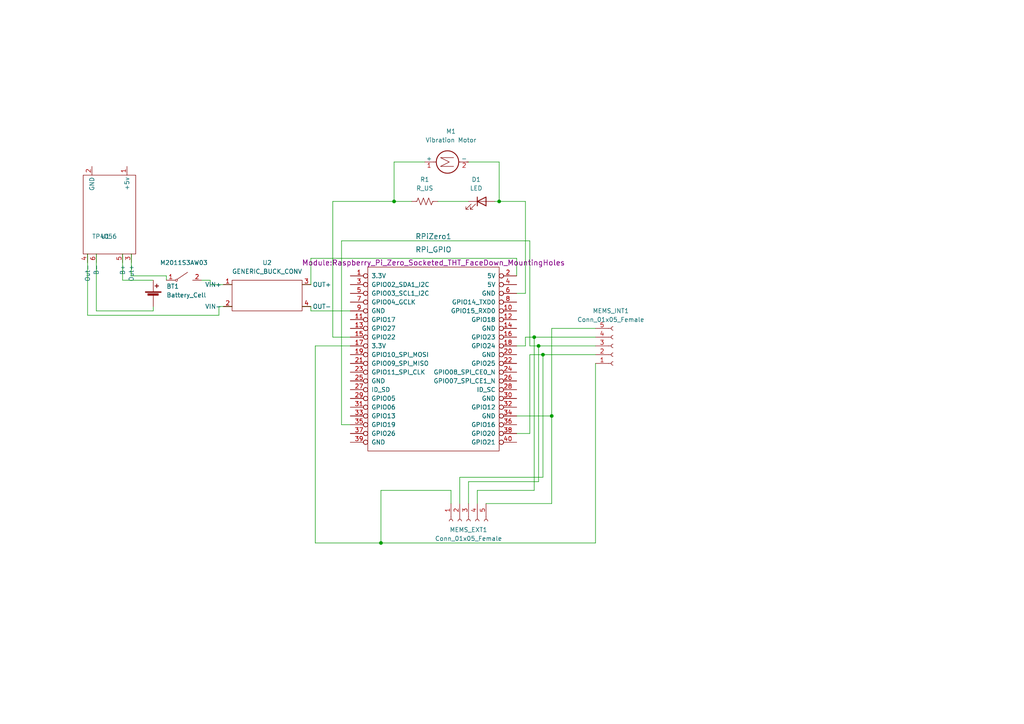
<source format=kicad_sch>
(kicad_sch (version 20211123) (generator eeschema)
  (paper "A4")
  (lib_symbols
    (symbol "Connector-ML:RPi_GPIO" (pin_names (offset 1.016))
      (property "Reference" "J" (at 19.05 6.35 0))
      (property "Value" "RPi_GPIO" (at 19.05 3.81 0))
      (symbol "RPi_GPIO_0_1"
        (rectangle (start 0 2.54) (end 38.1 -50.8))
      )
      (symbol "RPi_GPIO_1_1"
        (pin power_in inverted (at -5.08 0 0) (length 5.08) (name "3.3V") (number "1"))
        (pin bidirectional inverted (at 43.18 -10.16 180) (length 5.08) (name "GPIO15_RXD0") (number "10"))
        (pin bidirectional inverted (at -5.08 -12.7 0) (length 5.08) (name "GPIO17") (number "11"))
        (pin bidirectional inverted (at 43.18 -12.7 180) (length 5.08) (name "GPIO18") (number "12"))
        (pin bidirectional inverted (at -5.08 -15.24 0) (length 5.08) (name "GPIO27") (number "13"))
        (pin power_in inverted (at 43.18 -15.24 180) (length 5.08) (name "GND") (number "14"))
        (pin bidirectional inverted (at -5.08 -17.78 0) (length 5.08) (name "GPIO22") (number "15"))
        (pin bidirectional inverted (at 43.18 -17.78 180) (length 5.08) (name "GPIO23") (number "16"))
        (pin power_in inverted (at -5.08 -20.32 0) (length 5.08) (name "3.3V") (number "17"))
        (pin bidirectional inverted (at 43.18 -20.32 180) (length 5.08) (name "GPIO24") (number "18"))
        (pin bidirectional inverted (at -5.08 -22.86 0) (length 5.08) (name "GPIO10_SPI_MOSI") (number "19"))
        (pin power_in inverted (at 43.18 0 180) (length 5.08) (name "5V") (number "2"))
        (pin power_in inverted (at 43.18 -22.86 180) (length 5.08) (name "GND") (number "20"))
        (pin bidirectional inverted (at -5.08 -25.4 0) (length 5.08) (name "GPIO09_SPI_MISO") (number "21"))
        (pin bidirectional inverted (at 43.18 -25.4 180) (length 5.08) (name "GPIO25") (number "22"))
        (pin bidirectional inverted (at -5.08 -27.94 0) (length 5.08) (name "GPIO11_SPI_CLK") (number "23"))
        (pin bidirectional inverted (at 43.18 -27.94 180) (length 5.08) (name "GPIO08_SPI_CE0_N") (number "24"))
        (pin power_in inverted (at -5.08 -30.48 0) (length 5.08) (name "GND") (number "25"))
        (pin bidirectional inverted (at 43.18 -30.48 180) (length 5.08) (name "GPIO07_SPI_CE1_N") (number "26"))
        (pin bidirectional inverted (at -5.08 -33.02 0) (length 5.08) (name "ID_SD") (number "27"))
        (pin bidirectional inverted (at 43.18 -33.02 180) (length 5.08) (name "ID_SC") (number "28"))
        (pin bidirectional inverted (at -5.08 -35.56 0) (length 5.08) (name "GPIO05") (number "29"))
        (pin bidirectional inverted (at -5.08 -2.54 0) (length 5.08) (name "GPIO02_SDA1_I2C") (number "3"))
        (pin power_in inverted (at 43.18 -35.56 180) (length 5.08) (name "GND") (number "30"))
        (pin bidirectional inverted (at -5.08 -38.1 0) (length 5.08) (name "GPIO06") (number "31"))
        (pin bidirectional inverted (at 43.18 -38.1 180) (length 5.08) (name "GPIO12") (number "32"))
        (pin bidirectional inverted (at -5.08 -40.64 0) (length 5.08) (name "GPIO13") (number "33"))
        (pin power_in inverted (at 43.18 -40.64 180) (length 5.08) (name "GND") (number "34"))
        (pin bidirectional inverted (at -5.08 -43.18 0) (length 5.08) (name "GPIO19") (number "35"))
        (pin bidirectional inverted (at 43.18 -43.18 180) (length 5.08) (name "GPIO16") (number "36"))
        (pin bidirectional inverted (at -5.08 -45.72 0) (length 5.08) (name "GPIO26") (number "37"))
        (pin bidirectional inverted (at 43.18 -45.72 180) (length 5.08) (name "GPIO20") (number "38"))
        (pin power_in inverted (at -5.08 -48.26 0) (length 5.08) (name "GND") (number "39"))
        (pin power_in inverted (at 43.18 -2.54 180) (length 5.08) (name "5V") (number "4"))
        (pin bidirectional inverted (at 43.18 -48.26 180) (length 5.08) (name "GPIO21") (number "40"))
        (pin bidirectional inverted (at -5.08 -5.08 0) (length 5.08) (name "GPIO03_SCL1_I2C") (number "5"))
        (pin power_in inverted (at 43.18 -5.08 180) (length 5.08) (name "GND") (number "6"))
        (pin bidirectional inverted (at -5.08 -7.62 0) (length 5.08) (name "GPIO04_GCLK") (number "7"))
        (pin bidirectional inverted (at 43.18 -7.62 180) (length 5.08) (name "GPIO14_TXD0") (number "8"))
        (pin power_in inverted (at -5.08 -10.16 0) (length 5.08) (name "GND") (number "9"))
      )
    )
    (symbol "Connector:Conn_01x05_Female" (pin_names (offset 1.016) hide)
      (property "Reference" "J" (at 0 7.62 0))
      (property "Value" "Conn_01x05_Female" (at 0 -7.62 0))
      (symbol "Conn_01x05_Female_1_1"
        (arc (start 0 -4.572) (mid -0.508 -5.08) (end 0 -5.588) (stroke (width 0.1524)))
        (arc (start 0 -2.032) (mid -0.508 -2.54) (end 0 -3.048) (stroke (width 0.1524)))
        (polyline (pts (xy -1.27 -5.08) (xy -0.508 -5.08)) (stroke (width 0.1524)))
        (polyline (pts (xy -1.27 -2.54) (xy -0.508 -2.54)) (stroke (width 0.1524)))
        (polyline (pts (xy -1.27 0) (xy -0.508 0)) (stroke (width 0.1524)))
        (polyline (pts (xy -1.27 2.54) (xy -0.508 2.54)) (stroke (width 0.1524)))
        (polyline (pts (xy -1.27 5.08) (xy -0.508 5.08)) (stroke (width 0.1524)))
        (arc (start 0 0.508) (mid -0.508 0) (end 0 -0.508) (stroke (width 0.1524)))
        (arc (start 0 3.048) (mid -0.508 2.54) (end 0 2.032) (stroke (width 0.1524)))
        (arc (start 0 5.588) (mid -0.508 5.08) (end 0 4.572) (stroke (width 0.1524)))
        (pin passive line (at -5.08 5.08 0) (length 3.81) (name "Pin_1") (number "1"))
        (pin passive line (at -5.08 2.54 0) (length 3.81) (name "Pin_2") (number "2"))
        (pin passive line (at -5.08 0 0) (length 3.81) (name "Pin_3") (number "3"))
        (pin passive line (at -5.08 -2.54 0) (length 3.81) (name "Pin_4") (number "4"))
        (pin passive line (at -5.08 -5.08 0) (length 3.81) (name "Pin_5") (number "5"))
      )
    )
    (symbol "Device:Battery_Cell" (pin_numbers hide) (pin_names (offset 0) hide)
      (property "Reference" "BT" (at 2.54 2.54 0))
      (property "Value" "Battery_Cell" (at 2.54 0 0))
      (symbol "Battery_Cell_0_1"
        (rectangle (start -2.286 1.778) (end 2.286 1.524) (fill (type outline)))
        (rectangle (start -1.5748 1.1938) (end 1.4732 0.6858) (fill (type outline)))
        (polyline (pts (xy 0 0.762) (xy 0 0)))
        (polyline (pts (xy 0 1.778) (xy 0 2.54)))
        (polyline (pts (xy 0.508 3.429) (xy 1.524 3.429)) (stroke (width 0.254)))
        (polyline (pts (xy 1.016 3.937) (xy 1.016 2.921)) (stroke (width 0.254)))
      )
      (symbol "Battery_Cell_1_1"
        (pin passive line (at 0 5.08 270) (length 2.54) (name "+") (number "1"))
        (pin passive line (at 0 -2.54 90) (length 2.54) (name "-") (number "2"))
      )
    )
    (symbol "Device:LED" (pin_numbers hide) (pin_names (offset 1.016) hide)
      (property "Reference" "D" (at 0 2.54 0))
      (property "Value" "LED" (at 0 -2.54 0))
      (symbol "LED_0_1"
        (polyline (pts (xy -1.27 -1.27) (xy -1.27 1.27)) (stroke (width 0.254)))
        (polyline (pts (xy -1.27 0) (xy 1.27 0)))
        (polyline (pts (xy 1.27 -1.27) (xy 1.27 1.27) (xy -1.27 0) (xy 1.27 -1.27)) (stroke (width 0.254)))
        (polyline (pts (xy -3.048 -0.762) (xy -4.572 -2.286) (xy -3.81 -2.286) (xy -4.572 -2.286) (xy -4.572 -1.524)))
        (polyline (pts (xy -1.778 -0.762) (xy -3.302 -2.286) (xy -2.54 -2.286) (xy -3.302 -2.286) (xy -3.302 -1.524)))
      )
      (symbol "LED_1_1"
        (pin passive line (at -3.81 0 0) (length 2.54) (name "K") (number "1"))
        (pin passive line (at 3.81 0 180) (length 2.54) (name "A") (number "2"))
      )
    )
    (symbol "Device:R_US" (pin_numbers hide) (pin_names (offset 0))
      (property "Reference" "R" (at 2.54 0 90))
      (property "Value" "R_US" (at -2.54 0 90))
      (symbol "R_US_0_1"
        (polyline (pts (xy 0 -2.286) (xy 0 -2.54)))
        (polyline (pts (xy 0 2.286) (xy 0 2.54)))
        (polyline (pts (xy 0 -0.762) (xy 1.016 -1.143) (xy 0 -1.524) (xy -1.016 -1.905) (xy 0 -2.286)))
        (polyline (pts (xy 0 0.762) (xy 1.016 0.381) (xy 0 0) (xy -1.016 -0.381) (xy 0 -0.762)))
        (polyline (pts (xy 0 2.286) (xy 1.016 1.905) (xy 0 1.524) (xy -1.016 1.143) (xy 0 0.762)))
      )
      (symbol "R_US_1_1"
        (pin passive line (at 0 3.81 270) (length 1.27) (name "~") (number "1"))
        (pin passive line (at 0 -3.81 90) (length 1.27) (name "~") (number "2"))
      )
    )
    (symbol "Motor:Motor_DC" (pin_names (offset 0))
      (property "Reference" "M" (at 2.54 2.54 0))
      (property "Value" "Motor_DC" (at 2.54 -5.08 0))
      (symbol "Motor_DC_0_0"
        (polyline (pts (xy -1.27 -3.302) (xy -1.27 0.508) (xy 0 -2.032) (xy 1.27 0.508) (xy 1.27 -3.302)))
      )
      (symbol "Motor_DC_0_1"
        (circle (center 0 -1.524) (radius 3.2512) (stroke (width 0.254)))
        (polyline (pts (xy 0 -7.62) (xy 0 -7.112)))
        (polyline (pts (xy 0 -4.7752) (xy 0 -5.1816)))
        (polyline (pts (xy 0 1.7272) (xy 0 2.0828)))
        (polyline (pts (xy 0 2.032) (xy 0 2.54)))
      )
      (symbol "Motor_DC_1_1"
        (pin passive line (at 0 5.08 270) (length 2.54) (name "+") (number "1"))
        (pin passive line (at 0 -7.62 90) (length 2.54) (name "-") (number "2"))
      )
    )
    (symbol "custom_symbols:GENERIC_BUCK_CONV"
      (property "Reference" "U" (at 0 0 0))
      (property "Value" "GENERIC_BUCK_CONV" (at 0 -5.08 0))
      (symbol "GENERIC_BUCK_CONV_0_1"
        (rectangle (start 10.16 -3.81) (end -10.16 5.08))
      )
      (symbol "GENERIC_BUCK_CONV_1_1"
        (pin power_in line (at -10.16 3.81 180) (length 2.54) (name "VIN+") (number "1"))
        (pin power_in line (at -10.16 -2.54 180) (length 2.54) (name "VIN-") (number "2"))
        (pin power_out line (at 10.16 3.81 0) (length 2.54) (name "OUT+") (number "3"))
        (pin power_out line (at 10.16 -2.54 0) (length 2.54) (name "OUT-") (number "4"))
      )
    )
    (symbol "custom_symbols:TP4056"
      (property "Reference" "U1" (at 8.89 -2.5399 90))
      (property "Value" "TP4056" (at 8.89 -5.0799 90))
      (symbol "TP4056_0_1"
        (rectangle (start 13.97 -7.62) (end -8.89 7.62))
      )
      (symbol "TP4056_1_1"
        (pin power_out line (at -11.43 5.08 0) (length 2.54) (name "+5v") (number "1"))
        (pin power_out line (at -11.43 -5.08 0) (length 2.54) (name "GND") (number "2"))
        (pin power_out line (at 13.97 6.35 0) (length 2.54) (name "Out+") (number "3"))
        (pin power_out line (at 13.97 -6.35 0) (length 2.54) (name "Out-") (number "4"))
        (pin power_out line (at 13.97 3.81 0) (length 2.54) (name "B+") (number "5"))
        (pin power_out line (at 13.97 -3.81 0) (length 2.54) (name "B-") (number "6"))
      )
    )
    (symbol "getting_started:M2011S3AW03" (pin_names hide)
      (property "Value" "M2011S3AW03" (at 0 5.08 0))
      (symbol "M2011S3AW03_0_1"
        (circle (center -2.159 0) (radius 0.2973))
        (polyline (pts (xy -1.9558 0.2794) (xy 1.0668 2.3114)))
      )
      (symbol "M2011S3AW03_1_1"
        (pin passive line (at -5.08 0 0) (length 2.54) (name "A") (number "1"))
        (pin passive line (at 5.08 0 180) (length 2.54) (name "B") (number "2"))
      )
    )
  )
  (junction (at 110.49 157.48))
  (junction (at 157.48 102.87))
  (junction (at 144.78 58.42))
  (junction (at 154.94 97.79))
  (junction (at 160.02 120.65))
  (junction (at 114.3 58.42))
  (junction (at 156.21 100.33))
  (wire (pts (xy 99.06 123.19) (xy 101.6 123.19)))
  (wire (pts (xy 153.67 102.87) (xy 153.67 125.73)))
  (wire (pts (xy 90.17 74.93) (xy 90.17 82.55)))
  (wire (pts (xy 154.94 142.24) (xy 154.94 97.79)))
  (wire (pts (xy 127 58.42) (xy 135.89 58.42)))
  (wire (pts (xy 38.1 73.66) (xy 38.1 80.01)))
  (wire (pts (xy 60.96 82.55) (xy 67.31 82.55)))
  (wire (pts (xy 138.43 146.05) (xy 138.43 142.24)))
  (wire (pts (xy 143.51 58.42) (xy 144.78 58.42)))
  (wire (pts (xy 153.67 69.85) (xy 99.06 69.85)))
  (wire (pts (xy 144.78 46.99) (xy 144.78 58.42)))
  (wire (pts (xy 130.81 142.24) (xy 130.81 146.05)))
  (wire (pts (xy 58.42 81.28) (xy 60.96 81.28)))
  (wire (pts (xy 130.81 142.24) (xy 110.49 142.24)))
  (wire (pts (xy 63.5 88.9) (xy 63.5 91.44)))
  (wire (pts (xy 87.63 88.9) (xy 90.17 88.9)))
  (wire (pts (xy 157.48 138.43) (xy 157.48 102.87)))
  (wire (pts (xy 90.17 88.9) (xy 90.17 90.17)))
  (wire (pts (xy 156.21 139.7) (xy 156.21 100.33)))
  (wire (pts (xy 152.4 97.79) (xy 152.4 100.33)))
  (wire (pts (xy 27.94 73.66) (xy 27.94 90.17)))
  (wire (pts (xy 172.72 100.33) (xy 156.21 100.33)))
  (wire (pts (xy 35.56 81.28) (xy 44.45 81.28)))
  (wire (pts (xy 156.21 100.33) (xy 153.67 100.33)))
  (wire (pts (xy 135.89 46.99) (xy 144.78 46.99)))
  (wire (pts (xy 63.5 91.44) (xy 25.4 91.44)))
  (wire (pts (xy 149.86 120.65) (xy 160.02 120.65)))
  (wire (pts (xy 153.67 100.33) (xy 153.67 69.85)))
  (wire (pts (xy 152.4 58.42) (xy 152.4 85.09)))
  (wire (pts (xy 67.31 88.9) (xy 63.5 88.9)))
  (wire (pts (xy 153.67 102.87) (xy 157.48 102.87)))
  (wire (pts (xy 44.45 88.9) (xy 44.45 90.17)))
  (wire (pts (xy 133.35 138.43) (xy 157.48 138.43)))
  (wire (pts (xy 133.35 146.05) (xy 133.35 138.43)))
  (wire (pts (xy 154.94 97.79) (xy 152.4 97.79)))
  (wire (pts (xy 25.4 73.66) (xy 25.4 91.44)))
  (wire (pts (xy 90.17 74.93) (xy 149.86 74.93)))
  (wire (pts (xy 153.67 125.73) (xy 149.86 125.73)))
  (wire (pts (xy 160.02 95.25) (xy 172.72 95.25)))
  (wire (pts (xy 114.3 46.99) (xy 114.3 58.42)))
  (wire (pts (xy 91.44 100.33) (xy 91.44 157.48)))
  (wire (pts (xy 90.17 90.17) (xy 101.6 90.17)))
  (wire (pts (xy 135.89 146.05) (xy 135.89 139.7)))
  (wire (pts (xy 99.06 69.85) (xy 99.06 123.19)))
  (wire (pts (xy 138.43 142.24) (xy 154.94 142.24)))
  (wire (pts (xy 101.6 100.33) (xy 91.44 100.33)))
  (wire (pts (xy 27.94 90.17) (xy 44.45 90.17)))
  (wire (pts (xy 101.6 97.79) (xy 96.52 97.79)))
  (wire (pts (xy 87.63 82.55) (xy 90.17 82.55)))
  (wire (pts (xy 96.52 97.79) (xy 96.52 58.42)))
  (wire (pts (xy 35.56 73.66) (xy 35.56 81.28)))
  (wire (pts (xy 172.72 97.79) (xy 154.94 97.79)))
  (wire (pts (xy 60.96 81.28) (xy 60.96 82.55)))
  (wire (pts (xy 48.26 81.28) (xy 48.26 80.01)))
  (wire (pts (xy 152.4 100.33) (xy 149.86 100.33)))
  (wire (pts (xy 123.19 46.99) (xy 114.3 46.99)))
  (wire (pts (xy 149.86 74.93) (xy 149.86 80.01)))
  (wire (pts (xy 157.48 102.87) (xy 172.72 102.87)))
  (wire (pts (xy 160.02 120.65) (xy 160.02 95.25)))
  (wire (pts (xy 96.52 58.42) (xy 114.3 58.42)))
  (wire (pts (xy 91.44 157.48) (xy 110.49 157.48)))
  (wire (pts (xy 160.02 146.05) (xy 140.97 146.05)))
  (wire (pts (xy 160.02 120.65) (xy 160.02 146.05)))
  (wire (pts (xy 110.49 157.48) (xy 172.72 157.48)))
  (wire (pts (xy 114.3 58.42) (xy 119.38 58.42)))
  (wire (pts (xy 135.89 139.7) (xy 156.21 139.7)))
  (wire (pts (xy 144.78 58.42) (xy 152.4 58.42)))
  (wire (pts (xy 110.49 142.24) (xy 110.49 157.48)))
  (wire (pts (xy 172.72 105.41) (xy 172.72 157.48)))
  (wire (pts (xy 152.4 85.09) (xy 149.86 85.09)))
  (wire (pts (xy 48.26 80.01) (xy 38.1 80.01)))
  (symbol (lib_id "custom_symbols:TP4056") (at 31.75 59.69 270) (unit 1)
    (property "Reference" "U1" (at 29.2101 68.58 90) (effects (justify left)))
    (property "Value" "TP4056" (at 26.6701 68.58 90) (effects (justify left)))
    (property "Footprint" "custom_footprints:TP4056" (effects hide))
  )
  (symbol (lib_id "Connector:Conn_01x05_Female") (at 177.8 100.33 0) (mirror x) (unit 1)
    (property "Reference" "MEMS_INT1" (at 177.165 90.17 0))
    (property "Value" "Conn_01x05_Female" (at 177.165 92.71 0))
    (property "Footprint" "Connector_PinSocket_2.00mm:PinSocket_1x05_P2.00mm_Vertical" (effects hide))
  )
  (symbol (lib_id "Device:LED") (at 139.7 58.42 0) (unit 1)
    (property "Reference" "D1" (at 138.1125 52.07 0))
    (property "Value" "LED" (at 138.1125 54.61 0))
    (property "Footprint" "LED_THT:LED_D3.0mm" (effects hide))
  )
  (symbol (lib_id "Connector-ML:RPi_GPIO") (at 106.68 80.01 0) (unit 1)
    (property "Reference" "RPiZero1" (at 125.73 68.58 0) (effects (font (size 1.524 1.524))))
    (property "Value" "RPi_GPIO" (at 125.73 72.39 0) (effects (font (size 1.524 1.524))))
    (property "Footprint" "Module:Raspberry_Pi_Zero_Socketed_THT_FaceDown_MountingHoles" (at 125.73 76.2 0) (effects (font (size 1.524 1.524))))
  )
  (symbol (lib_id "Device:Battery_Cell") (at 44.45 86.36 0) (unit 1)
    (property "Reference" "BT1" (at 48.26 83.0579 0) (effects (justify left)))
    (property "Value" "Battery_Cell" (at 48.26 85.5979 0) (effects (justify left)))
    (property "Footprint" "Connector_PinSocket_2.00mm:PinSocket_1x02_P2.00mm_Vertical" (effects hide))
  )
  (symbol (lib_id "Motor:Motor_DC") (at 128.27 46.99 90) (unit 1)
    (property "Reference" "M1" (at 130.81 38.1 90))
    (property "Value" "Vibration Motor" (at 130.81 40.64 90))
    (property "Footprint" "Connector_PinSocket_2.00mm:PinSocket_1x02_P2.00mm_Vertical" (effects hide))
  )
  (symbol (lib_id "getting_started:M2011S3AW03") (at 53.34 81.28 0) (unit 1)
    (property "Reference" "SW1" (effects hide))
    (property "Value" "M2011S3AW03" (at 53.34 76.2 0))
    (property "Footprint" "Connector_PinSocket_2.00mm:PinSocket_1x02_P2.00mm_Vertical" (effects hide))
  )
  (symbol (lib_id "Connector:Conn_01x05_Female") (at 135.89 151.13 90) (mirror x) (unit 1)
    (property "Reference" "MEMS_EXT1" (at 135.89 153.67 90))
    (property "Value" "Conn_01x05_Female" (at 135.89 156.21 90))
    (property "Footprint" "Connector_PinSocket_2.00mm:PinSocket_1x05_P2.00mm_Vertical" (effects hide))
  )
  (symbol (lib_id "Device:R_US") (at 123.19 58.42 90) (unit 1)
    (property "Reference" "R1" (at 123.19 52.07 90))
    (property "Value" "R_US" (at 123.19 54.61 90))
    (property "Footprint" "Resistor_THT:R_Axial_DIN0207_L6.3mm_D2.5mm_P7.62mm_Horizontal" (effects hide))
  )
  (symbol (lib_id "custom_symbols:GENERIC_BUCK_CONV") (at 77.47 86.36 0) (unit 1)
    (property "Reference" "U2" (at 77.47 76.2 0))
    (property "Value" "GENERIC_BUCK_CONV" (at 77.47 78.74 0))
    (property "Footprint" "custom_footprints:GENERIC_BUCK_CONV" (effects hide))
  )
)
</source>
